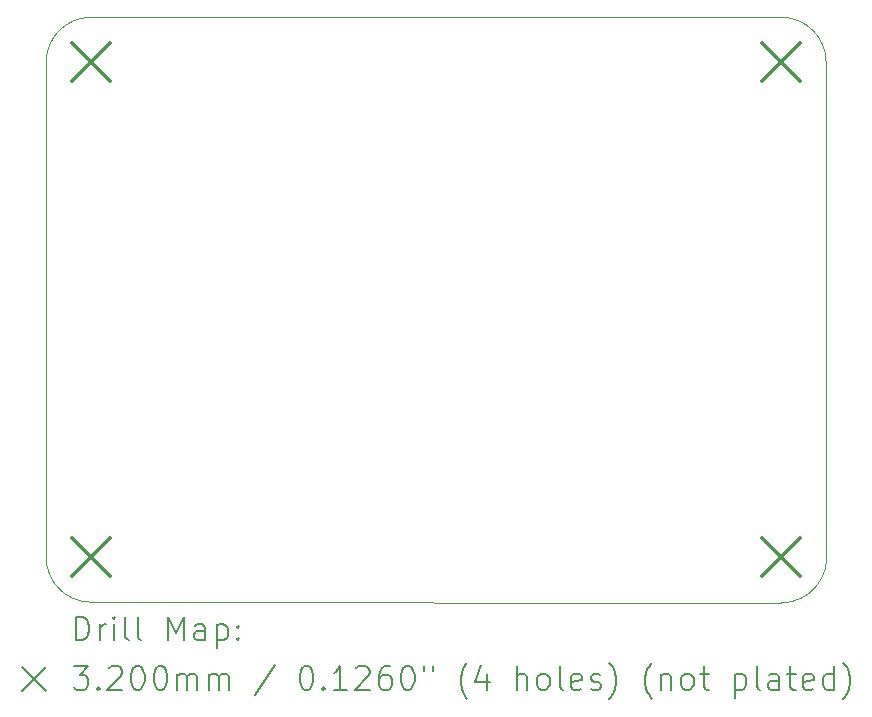
<source format=gbr>
%FSLAX45Y45*%
G04 Gerber Fmt 4.5, Leading zero omitted, Abs format (unit mm)*
G04 Created by KiCad (PCBNEW (6.0.0)) date 2022-11-09 00:35:21*
%MOMM*%
%LPD*%
G01*
G04 APERTURE LIST*
%TA.AperFunction,Profile*%
%ADD10C,0.100000*%
%TD*%
%ADD11C,0.200000*%
%ADD12C,0.320000*%
G04 APERTURE END LIST*
D10*
X10985500Y-5461000D02*
G75*
G03*
X10604500Y-5842000I0J-381000D01*
G01*
X17208500Y-5842000D02*
G75*
G03*
X16827500Y-5461000I-381000J0D01*
G01*
X16827500Y-10419255D02*
X10985500Y-10414000D01*
X16827500Y-5461000D02*
X10985500Y-5461000D01*
X10604500Y-5842000D02*
X10604500Y-10033000D01*
X17208500Y-9969500D02*
X17208500Y-5842000D01*
X16827500Y-10419255D02*
G75*
G03*
X17208500Y-9969500I0J386255D01*
G01*
X10604500Y-10033000D02*
G75*
G03*
X10985500Y-10414000I381000J0D01*
G01*
D11*
D12*
X10825500Y-5682000D02*
X11145500Y-6002000D01*
X11145500Y-5682000D02*
X10825500Y-6002000D01*
X10825500Y-9873000D02*
X11145500Y-10193000D01*
X11145500Y-9873000D02*
X10825500Y-10193000D01*
X16667500Y-5682000D02*
X16987500Y-6002000D01*
X16987500Y-5682000D02*
X16667500Y-6002000D01*
X16667500Y-9873000D02*
X16987500Y-10193000D01*
X16987500Y-9873000D02*
X16667500Y-10193000D01*
D11*
X10857119Y-10734732D02*
X10857119Y-10534732D01*
X10904738Y-10534732D01*
X10933310Y-10544255D01*
X10952357Y-10563303D01*
X10961881Y-10582351D01*
X10971405Y-10620446D01*
X10971405Y-10649017D01*
X10961881Y-10687113D01*
X10952357Y-10706160D01*
X10933310Y-10725208D01*
X10904738Y-10734732D01*
X10857119Y-10734732D01*
X11057119Y-10734732D02*
X11057119Y-10601398D01*
X11057119Y-10639493D02*
X11066643Y-10620446D01*
X11076167Y-10610922D01*
X11095214Y-10601398D01*
X11114262Y-10601398D01*
X11180929Y-10734732D02*
X11180929Y-10601398D01*
X11180929Y-10534732D02*
X11171405Y-10544255D01*
X11180929Y-10553779D01*
X11190452Y-10544255D01*
X11180929Y-10534732D01*
X11180929Y-10553779D01*
X11304738Y-10734732D02*
X11285690Y-10725208D01*
X11276167Y-10706160D01*
X11276167Y-10534732D01*
X11409500Y-10734732D02*
X11390452Y-10725208D01*
X11380928Y-10706160D01*
X11380928Y-10534732D01*
X11638071Y-10734732D02*
X11638071Y-10534732D01*
X11704738Y-10677589D01*
X11771405Y-10534732D01*
X11771405Y-10734732D01*
X11952357Y-10734732D02*
X11952357Y-10629970D01*
X11942833Y-10610922D01*
X11923786Y-10601398D01*
X11885690Y-10601398D01*
X11866643Y-10610922D01*
X11952357Y-10725208D02*
X11933309Y-10734732D01*
X11885690Y-10734732D01*
X11866643Y-10725208D01*
X11857119Y-10706160D01*
X11857119Y-10687113D01*
X11866643Y-10668065D01*
X11885690Y-10658541D01*
X11933309Y-10658541D01*
X11952357Y-10649017D01*
X12047595Y-10601398D02*
X12047595Y-10801398D01*
X12047595Y-10610922D02*
X12066643Y-10601398D01*
X12104738Y-10601398D01*
X12123786Y-10610922D01*
X12133309Y-10620446D01*
X12142833Y-10639493D01*
X12142833Y-10696636D01*
X12133309Y-10715684D01*
X12123786Y-10725208D01*
X12104738Y-10734732D01*
X12066643Y-10734732D01*
X12047595Y-10725208D01*
X12228548Y-10715684D02*
X12238071Y-10725208D01*
X12228548Y-10734732D01*
X12219024Y-10725208D01*
X12228548Y-10715684D01*
X12228548Y-10734732D01*
X12228548Y-10610922D02*
X12238071Y-10620446D01*
X12228548Y-10629970D01*
X12219024Y-10620446D01*
X12228548Y-10610922D01*
X12228548Y-10629970D01*
X10399500Y-10964255D02*
X10599500Y-11164255D01*
X10599500Y-10964255D02*
X10399500Y-11164255D01*
X10838071Y-10954732D02*
X10961881Y-10954732D01*
X10895214Y-11030922D01*
X10923786Y-11030922D01*
X10942833Y-11040446D01*
X10952357Y-11049970D01*
X10961881Y-11069017D01*
X10961881Y-11116636D01*
X10952357Y-11135684D01*
X10942833Y-11145208D01*
X10923786Y-11154732D01*
X10866643Y-11154732D01*
X10847595Y-11145208D01*
X10838071Y-11135684D01*
X11047595Y-11135684D02*
X11057119Y-11145208D01*
X11047595Y-11154732D01*
X11038071Y-11145208D01*
X11047595Y-11135684D01*
X11047595Y-11154732D01*
X11133310Y-10973779D02*
X11142833Y-10964255D01*
X11161881Y-10954732D01*
X11209500Y-10954732D01*
X11228548Y-10964255D01*
X11238071Y-10973779D01*
X11247595Y-10992827D01*
X11247595Y-11011874D01*
X11238071Y-11040446D01*
X11123786Y-11154732D01*
X11247595Y-11154732D01*
X11371405Y-10954732D02*
X11390452Y-10954732D01*
X11409500Y-10964255D01*
X11419024Y-10973779D01*
X11428548Y-10992827D01*
X11438071Y-11030922D01*
X11438071Y-11078541D01*
X11428548Y-11116636D01*
X11419024Y-11135684D01*
X11409500Y-11145208D01*
X11390452Y-11154732D01*
X11371405Y-11154732D01*
X11352357Y-11145208D01*
X11342833Y-11135684D01*
X11333309Y-11116636D01*
X11323786Y-11078541D01*
X11323786Y-11030922D01*
X11333309Y-10992827D01*
X11342833Y-10973779D01*
X11352357Y-10964255D01*
X11371405Y-10954732D01*
X11561881Y-10954732D02*
X11580928Y-10954732D01*
X11599976Y-10964255D01*
X11609500Y-10973779D01*
X11619024Y-10992827D01*
X11628548Y-11030922D01*
X11628548Y-11078541D01*
X11619024Y-11116636D01*
X11609500Y-11135684D01*
X11599976Y-11145208D01*
X11580928Y-11154732D01*
X11561881Y-11154732D01*
X11542833Y-11145208D01*
X11533309Y-11135684D01*
X11523786Y-11116636D01*
X11514262Y-11078541D01*
X11514262Y-11030922D01*
X11523786Y-10992827D01*
X11533309Y-10973779D01*
X11542833Y-10964255D01*
X11561881Y-10954732D01*
X11714262Y-11154732D02*
X11714262Y-11021398D01*
X11714262Y-11040446D02*
X11723786Y-11030922D01*
X11742833Y-11021398D01*
X11771405Y-11021398D01*
X11790452Y-11030922D01*
X11799976Y-11049970D01*
X11799976Y-11154732D01*
X11799976Y-11049970D02*
X11809500Y-11030922D01*
X11828548Y-11021398D01*
X11857119Y-11021398D01*
X11876167Y-11030922D01*
X11885690Y-11049970D01*
X11885690Y-11154732D01*
X11980928Y-11154732D02*
X11980928Y-11021398D01*
X11980928Y-11040446D02*
X11990452Y-11030922D01*
X12009500Y-11021398D01*
X12038071Y-11021398D01*
X12057119Y-11030922D01*
X12066643Y-11049970D01*
X12066643Y-11154732D01*
X12066643Y-11049970D02*
X12076167Y-11030922D01*
X12095214Y-11021398D01*
X12123786Y-11021398D01*
X12142833Y-11030922D01*
X12152357Y-11049970D01*
X12152357Y-11154732D01*
X12542833Y-10945208D02*
X12371405Y-11202351D01*
X12799976Y-10954732D02*
X12819024Y-10954732D01*
X12838071Y-10964255D01*
X12847595Y-10973779D01*
X12857119Y-10992827D01*
X12866643Y-11030922D01*
X12866643Y-11078541D01*
X12857119Y-11116636D01*
X12847595Y-11135684D01*
X12838071Y-11145208D01*
X12819024Y-11154732D01*
X12799976Y-11154732D01*
X12780928Y-11145208D01*
X12771405Y-11135684D01*
X12761881Y-11116636D01*
X12752357Y-11078541D01*
X12752357Y-11030922D01*
X12761881Y-10992827D01*
X12771405Y-10973779D01*
X12780928Y-10964255D01*
X12799976Y-10954732D01*
X12952357Y-11135684D02*
X12961881Y-11145208D01*
X12952357Y-11154732D01*
X12942833Y-11145208D01*
X12952357Y-11135684D01*
X12952357Y-11154732D01*
X13152357Y-11154732D02*
X13038071Y-11154732D01*
X13095214Y-11154732D02*
X13095214Y-10954732D01*
X13076167Y-10983303D01*
X13057119Y-11002351D01*
X13038071Y-11011874D01*
X13228548Y-10973779D02*
X13238071Y-10964255D01*
X13257119Y-10954732D01*
X13304738Y-10954732D01*
X13323786Y-10964255D01*
X13333309Y-10973779D01*
X13342833Y-10992827D01*
X13342833Y-11011874D01*
X13333309Y-11040446D01*
X13219024Y-11154732D01*
X13342833Y-11154732D01*
X13514262Y-10954732D02*
X13476167Y-10954732D01*
X13457119Y-10964255D01*
X13447595Y-10973779D01*
X13428548Y-11002351D01*
X13419024Y-11040446D01*
X13419024Y-11116636D01*
X13428548Y-11135684D01*
X13438071Y-11145208D01*
X13457119Y-11154732D01*
X13495214Y-11154732D01*
X13514262Y-11145208D01*
X13523786Y-11135684D01*
X13533309Y-11116636D01*
X13533309Y-11069017D01*
X13523786Y-11049970D01*
X13514262Y-11040446D01*
X13495214Y-11030922D01*
X13457119Y-11030922D01*
X13438071Y-11040446D01*
X13428548Y-11049970D01*
X13419024Y-11069017D01*
X13657119Y-10954732D02*
X13676167Y-10954732D01*
X13695214Y-10964255D01*
X13704738Y-10973779D01*
X13714262Y-10992827D01*
X13723786Y-11030922D01*
X13723786Y-11078541D01*
X13714262Y-11116636D01*
X13704738Y-11135684D01*
X13695214Y-11145208D01*
X13676167Y-11154732D01*
X13657119Y-11154732D01*
X13638071Y-11145208D01*
X13628548Y-11135684D01*
X13619024Y-11116636D01*
X13609500Y-11078541D01*
X13609500Y-11030922D01*
X13619024Y-10992827D01*
X13628548Y-10973779D01*
X13638071Y-10964255D01*
X13657119Y-10954732D01*
X13799976Y-10954732D02*
X13799976Y-10992827D01*
X13876167Y-10954732D02*
X13876167Y-10992827D01*
X14171405Y-11230922D02*
X14161881Y-11221398D01*
X14142833Y-11192827D01*
X14133309Y-11173779D01*
X14123786Y-11145208D01*
X14114262Y-11097589D01*
X14114262Y-11059493D01*
X14123786Y-11011874D01*
X14133309Y-10983303D01*
X14142833Y-10964255D01*
X14161881Y-10935684D01*
X14171405Y-10926160D01*
X14333309Y-11021398D02*
X14333309Y-11154732D01*
X14285690Y-10945208D02*
X14238071Y-11088065D01*
X14361881Y-11088065D01*
X14590452Y-11154732D02*
X14590452Y-10954732D01*
X14676167Y-11154732D02*
X14676167Y-11049970D01*
X14666643Y-11030922D01*
X14647595Y-11021398D01*
X14619024Y-11021398D01*
X14599976Y-11030922D01*
X14590452Y-11040446D01*
X14799976Y-11154732D02*
X14780928Y-11145208D01*
X14771405Y-11135684D01*
X14761881Y-11116636D01*
X14761881Y-11059493D01*
X14771405Y-11040446D01*
X14780928Y-11030922D01*
X14799976Y-11021398D01*
X14828548Y-11021398D01*
X14847595Y-11030922D01*
X14857119Y-11040446D01*
X14866643Y-11059493D01*
X14866643Y-11116636D01*
X14857119Y-11135684D01*
X14847595Y-11145208D01*
X14828548Y-11154732D01*
X14799976Y-11154732D01*
X14980928Y-11154732D02*
X14961881Y-11145208D01*
X14952357Y-11126160D01*
X14952357Y-10954732D01*
X15133309Y-11145208D02*
X15114262Y-11154732D01*
X15076167Y-11154732D01*
X15057119Y-11145208D01*
X15047595Y-11126160D01*
X15047595Y-11049970D01*
X15057119Y-11030922D01*
X15076167Y-11021398D01*
X15114262Y-11021398D01*
X15133309Y-11030922D01*
X15142833Y-11049970D01*
X15142833Y-11069017D01*
X15047595Y-11088065D01*
X15219024Y-11145208D02*
X15238071Y-11154732D01*
X15276167Y-11154732D01*
X15295214Y-11145208D01*
X15304738Y-11126160D01*
X15304738Y-11116636D01*
X15295214Y-11097589D01*
X15276167Y-11088065D01*
X15247595Y-11088065D01*
X15228548Y-11078541D01*
X15219024Y-11059493D01*
X15219024Y-11049970D01*
X15228548Y-11030922D01*
X15247595Y-11021398D01*
X15276167Y-11021398D01*
X15295214Y-11030922D01*
X15371405Y-11230922D02*
X15380928Y-11221398D01*
X15399976Y-11192827D01*
X15409500Y-11173779D01*
X15419024Y-11145208D01*
X15428548Y-11097589D01*
X15428548Y-11059493D01*
X15419024Y-11011874D01*
X15409500Y-10983303D01*
X15399976Y-10964255D01*
X15380928Y-10935684D01*
X15371405Y-10926160D01*
X15733309Y-11230922D02*
X15723786Y-11221398D01*
X15704738Y-11192827D01*
X15695214Y-11173779D01*
X15685690Y-11145208D01*
X15676167Y-11097589D01*
X15676167Y-11059493D01*
X15685690Y-11011874D01*
X15695214Y-10983303D01*
X15704738Y-10964255D01*
X15723786Y-10935684D01*
X15733309Y-10926160D01*
X15809500Y-11021398D02*
X15809500Y-11154732D01*
X15809500Y-11040446D02*
X15819024Y-11030922D01*
X15838071Y-11021398D01*
X15866643Y-11021398D01*
X15885690Y-11030922D01*
X15895214Y-11049970D01*
X15895214Y-11154732D01*
X16019024Y-11154732D02*
X15999976Y-11145208D01*
X15990452Y-11135684D01*
X15980928Y-11116636D01*
X15980928Y-11059493D01*
X15990452Y-11040446D01*
X15999976Y-11030922D01*
X16019024Y-11021398D01*
X16047595Y-11021398D01*
X16066643Y-11030922D01*
X16076167Y-11040446D01*
X16085690Y-11059493D01*
X16085690Y-11116636D01*
X16076167Y-11135684D01*
X16066643Y-11145208D01*
X16047595Y-11154732D01*
X16019024Y-11154732D01*
X16142833Y-11021398D02*
X16219024Y-11021398D01*
X16171405Y-10954732D02*
X16171405Y-11126160D01*
X16180928Y-11145208D01*
X16199976Y-11154732D01*
X16219024Y-11154732D01*
X16438071Y-11021398D02*
X16438071Y-11221398D01*
X16438071Y-11030922D02*
X16457119Y-11021398D01*
X16495214Y-11021398D01*
X16514262Y-11030922D01*
X16523786Y-11040446D01*
X16533309Y-11059493D01*
X16533309Y-11116636D01*
X16523786Y-11135684D01*
X16514262Y-11145208D01*
X16495214Y-11154732D01*
X16457119Y-11154732D01*
X16438071Y-11145208D01*
X16647595Y-11154732D02*
X16628548Y-11145208D01*
X16619024Y-11126160D01*
X16619024Y-10954732D01*
X16809500Y-11154732D02*
X16809500Y-11049970D01*
X16799976Y-11030922D01*
X16780929Y-11021398D01*
X16742833Y-11021398D01*
X16723786Y-11030922D01*
X16809500Y-11145208D02*
X16790452Y-11154732D01*
X16742833Y-11154732D01*
X16723786Y-11145208D01*
X16714262Y-11126160D01*
X16714262Y-11107113D01*
X16723786Y-11088065D01*
X16742833Y-11078541D01*
X16790452Y-11078541D01*
X16809500Y-11069017D01*
X16876167Y-11021398D02*
X16952357Y-11021398D01*
X16904738Y-10954732D02*
X16904738Y-11126160D01*
X16914262Y-11145208D01*
X16933310Y-11154732D01*
X16952357Y-11154732D01*
X17095214Y-11145208D02*
X17076167Y-11154732D01*
X17038071Y-11154732D01*
X17019024Y-11145208D01*
X17009500Y-11126160D01*
X17009500Y-11049970D01*
X17019024Y-11030922D01*
X17038071Y-11021398D01*
X17076167Y-11021398D01*
X17095214Y-11030922D01*
X17104738Y-11049970D01*
X17104738Y-11069017D01*
X17009500Y-11088065D01*
X17276167Y-11154732D02*
X17276167Y-10954732D01*
X17276167Y-11145208D02*
X17257119Y-11154732D01*
X17219024Y-11154732D01*
X17199976Y-11145208D01*
X17190452Y-11135684D01*
X17180929Y-11116636D01*
X17180929Y-11059493D01*
X17190452Y-11040446D01*
X17199976Y-11030922D01*
X17219024Y-11021398D01*
X17257119Y-11021398D01*
X17276167Y-11030922D01*
X17352357Y-11230922D02*
X17361881Y-11221398D01*
X17380929Y-11192827D01*
X17390452Y-11173779D01*
X17399976Y-11145208D01*
X17409500Y-11097589D01*
X17409500Y-11059493D01*
X17399976Y-11011874D01*
X17390452Y-10983303D01*
X17380929Y-10964255D01*
X17361881Y-10935684D01*
X17352357Y-10926160D01*
M02*

</source>
